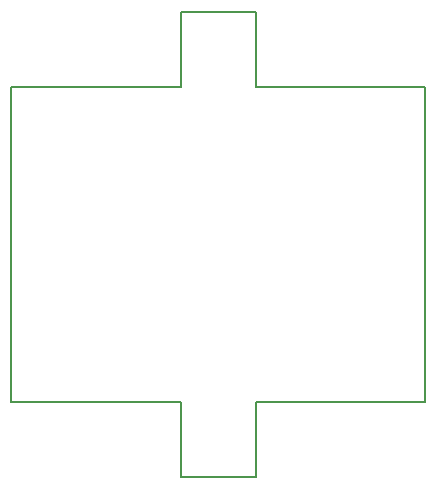
<source format=gm1>
G04 #@! TF.FileFunction,Profile,NP*
%FSLAX46Y46*%
G04 Gerber Fmt 4.6, Leading zero omitted, Abs format (unit mm)*
G04 Created by KiCad (PCBNEW 4.0.2-stable) date Friday, July 29, 2016 'PMt' 06:45:01 PM*
%MOMM*%
G01*
G04 APERTURE LIST*
%ADD10C,0.100000*%
%ADD11C,0.150000*%
G04 APERTURE END LIST*
D10*
D11*
X105410000Y-33020000D02*
X105410000Y-59690000D01*
X70358000Y-33020000D02*
X70358000Y-59690000D01*
X91059000Y-59690000D02*
X105410000Y-59690000D01*
X91059000Y-66040000D02*
X91059000Y-59690000D01*
X84709000Y-59690000D02*
X70358000Y-59690000D01*
X84709000Y-66040000D02*
X84709000Y-59690000D01*
X91059000Y-66040000D02*
X84709000Y-66040000D01*
X91059000Y-33020000D02*
X105410000Y-33020000D01*
X84709000Y-33020000D02*
X70358000Y-33020000D01*
X84709000Y-26670000D02*
X84709000Y-33020000D01*
X91059000Y-26670000D02*
X91059000Y-33020000D01*
X84709000Y-26670000D02*
X91059000Y-26670000D01*
M02*

</source>
